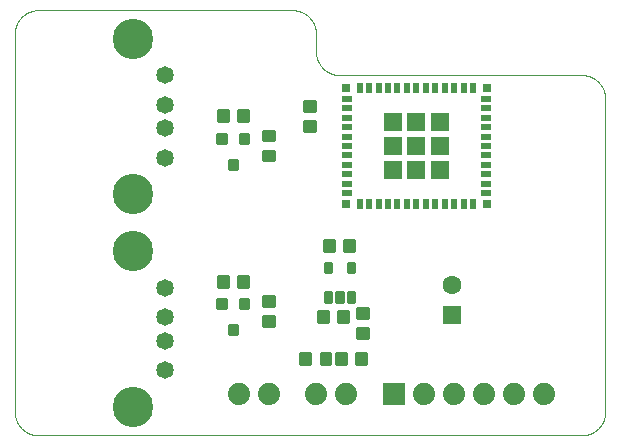
<source format=gts>
G75*
%MOIN*%
%OFA0B0*%
%FSLAX25Y25*%
%IPPOS*%
%LPD*%
%AMOC8*
5,1,8,0,0,1.08239X$1,22.5*
%
%ADD10C,0.00000*%
%ADD11C,0.01388*%
%ADD12C,0.01171*%
%ADD13R,0.03156X0.03156*%
%ADD14R,0.01975X0.03550*%
%ADD15R,0.03550X0.01975*%
%ADD16R,0.06109X0.06109*%
%ADD17R,0.07400X0.07400*%
%ADD18C,0.07400*%
%ADD19C,0.13455*%
%ADD20C,0.05833*%
%ADD21R,0.06306X0.06306*%
%ADD22C,0.06306*%
%ADD23C,0.01105*%
D10*
X0072397Y0058146D02*
X0253499Y0058146D01*
X0253689Y0058148D01*
X0253879Y0058155D01*
X0254069Y0058167D01*
X0254259Y0058183D01*
X0254448Y0058203D01*
X0254637Y0058229D01*
X0254825Y0058258D01*
X0255012Y0058293D01*
X0255198Y0058332D01*
X0255383Y0058375D01*
X0255568Y0058423D01*
X0255751Y0058475D01*
X0255932Y0058531D01*
X0256112Y0058592D01*
X0256291Y0058658D01*
X0256468Y0058727D01*
X0256644Y0058801D01*
X0256817Y0058879D01*
X0256989Y0058962D01*
X0257158Y0059048D01*
X0257326Y0059138D01*
X0257491Y0059233D01*
X0257654Y0059331D01*
X0257814Y0059434D01*
X0257972Y0059540D01*
X0258127Y0059650D01*
X0258280Y0059763D01*
X0258430Y0059881D01*
X0258576Y0060002D01*
X0258720Y0060126D01*
X0258861Y0060254D01*
X0258999Y0060385D01*
X0259134Y0060520D01*
X0259265Y0060658D01*
X0259393Y0060799D01*
X0259517Y0060943D01*
X0259638Y0061089D01*
X0259756Y0061239D01*
X0259869Y0061392D01*
X0259979Y0061547D01*
X0260085Y0061705D01*
X0260188Y0061865D01*
X0260286Y0062028D01*
X0260381Y0062193D01*
X0260471Y0062361D01*
X0260557Y0062530D01*
X0260640Y0062702D01*
X0260718Y0062875D01*
X0260792Y0063051D01*
X0260861Y0063228D01*
X0260927Y0063407D01*
X0260988Y0063587D01*
X0261044Y0063768D01*
X0261096Y0063951D01*
X0261144Y0064136D01*
X0261187Y0064321D01*
X0261226Y0064507D01*
X0261261Y0064694D01*
X0261290Y0064882D01*
X0261316Y0065071D01*
X0261336Y0065260D01*
X0261352Y0065450D01*
X0261364Y0065640D01*
X0261371Y0065830D01*
X0261373Y0066020D01*
X0261373Y0170350D01*
X0261371Y0170540D01*
X0261364Y0170730D01*
X0261352Y0170920D01*
X0261336Y0171110D01*
X0261316Y0171299D01*
X0261290Y0171488D01*
X0261261Y0171676D01*
X0261226Y0171863D01*
X0261187Y0172049D01*
X0261144Y0172234D01*
X0261096Y0172419D01*
X0261044Y0172602D01*
X0260988Y0172783D01*
X0260927Y0172963D01*
X0260861Y0173142D01*
X0260792Y0173319D01*
X0260718Y0173495D01*
X0260640Y0173668D01*
X0260557Y0173840D01*
X0260471Y0174009D01*
X0260381Y0174177D01*
X0260286Y0174342D01*
X0260188Y0174505D01*
X0260085Y0174665D01*
X0259979Y0174823D01*
X0259869Y0174978D01*
X0259756Y0175131D01*
X0259638Y0175281D01*
X0259517Y0175427D01*
X0259393Y0175571D01*
X0259265Y0175712D01*
X0259134Y0175850D01*
X0258999Y0175985D01*
X0258861Y0176116D01*
X0258720Y0176244D01*
X0258576Y0176368D01*
X0258430Y0176489D01*
X0258280Y0176607D01*
X0258127Y0176720D01*
X0257972Y0176830D01*
X0257814Y0176936D01*
X0257654Y0177039D01*
X0257491Y0177137D01*
X0257326Y0177232D01*
X0257158Y0177322D01*
X0256989Y0177408D01*
X0256817Y0177491D01*
X0256644Y0177569D01*
X0256468Y0177643D01*
X0256291Y0177712D01*
X0256112Y0177778D01*
X0255932Y0177839D01*
X0255751Y0177895D01*
X0255568Y0177947D01*
X0255383Y0177995D01*
X0255198Y0178038D01*
X0255012Y0178077D01*
X0254825Y0178112D01*
X0254637Y0178141D01*
X0254448Y0178167D01*
X0254259Y0178187D01*
X0254069Y0178203D01*
X0253879Y0178215D01*
X0253689Y0178222D01*
X0253499Y0178224D01*
X0172791Y0178224D01*
X0172601Y0178226D01*
X0172411Y0178233D01*
X0172221Y0178245D01*
X0172031Y0178261D01*
X0171842Y0178281D01*
X0171653Y0178307D01*
X0171465Y0178336D01*
X0171278Y0178371D01*
X0171092Y0178410D01*
X0170907Y0178453D01*
X0170722Y0178501D01*
X0170539Y0178553D01*
X0170358Y0178609D01*
X0170178Y0178670D01*
X0169999Y0178736D01*
X0169822Y0178805D01*
X0169646Y0178879D01*
X0169473Y0178957D01*
X0169301Y0179040D01*
X0169132Y0179126D01*
X0168964Y0179216D01*
X0168799Y0179311D01*
X0168636Y0179409D01*
X0168476Y0179512D01*
X0168318Y0179618D01*
X0168163Y0179728D01*
X0168010Y0179841D01*
X0167860Y0179959D01*
X0167714Y0180080D01*
X0167570Y0180204D01*
X0167429Y0180332D01*
X0167291Y0180463D01*
X0167156Y0180598D01*
X0167025Y0180736D01*
X0166897Y0180877D01*
X0166773Y0181021D01*
X0166652Y0181167D01*
X0166534Y0181317D01*
X0166421Y0181470D01*
X0166311Y0181625D01*
X0166205Y0181783D01*
X0166102Y0181943D01*
X0166004Y0182106D01*
X0165909Y0182271D01*
X0165819Y0182439D01*
X0165733Y0182608D01*
X0165650Y0182780D01*
X0165572Y0182953D01*
X0165498Y0183129D01*
X0165429Y0183306D01*
X0165363Y0183485D01*
X0165302Y0183665D01*
X0165246Y0183846D01*
X0165194Y0184029D01*
X0165146Y0184214D01*
X0165103Y0184399D01*
X0165064Y0184585D01*
X0165029Y0184772D01*
X0165000Y0184960D01*
X0164974Y0185149D01*
X0164954Y0185338D01*
X0164938Y0185528D01*
X0164926Y0185718D01*
X0164919Y0185908D01*
X0164917Y0186098D01*
X0164917Y0192004D01*
X0164915Y0192194D01*
X0164908Y0192384D01*
X0164896Y0192574D01*
X0164880Y0192764D01*
X0164860Y0192953D01*
X0164834Y0193142D01*
X0164805Y0193330D01*
X0164770Y0193517D01*
X0164731Y0193703D01*
X0164688Y0193888D01*
X0164640Y0194073D01*
X0164588Y0194256D01*
X0164532Y0194437D01*
X0164471Y0194617D01*
X0164405Y0194796D01*
X0164336Y0194973D01*
X0164262Y0195149D01*
X0164184Y0195322D01*
X0164101Y0195494D01*
X0164015Y0195663D01*
X0163925Y0195831D01*
X0163830Y0195996D01*
X0163732Y0196159D01*
X0163629Y0196319D01*
X0163523Y0196477D01*
X0163413Y0196632D01*
X0163300Y0196785D01*
X0163182Y0196935D01*
X0163061Y0197081D01*
X0162937Y0197225D01*
X0162809Y0197366D01*
X0162678Y0197504D01*
X0162543Y0197639D01*
X0162405Y0197770D01*
X0162264Y0197898D01*
X0162120Y0198022D01*
X0161974Y0198143D01*
X0161824Y0198261D01*
X0161671Y0198374D01*
X0161516Y0198484D01*
X0161358Y0198590D01*
X0161198Y0198693D01*
X0161035Y0198791D01*
X0160870Y0198886D01*
X0160702Y0198976D01*
X0160533Y0199062D01*
X0160361Y0199145D01*
X0160188Y0199223D01*
X0160012Y0199297D01*
X0159835Y0199366D01*
X0159656Y0199432D01*
X0159476Y0199493D01*
X0159295Y0199549D01*
X0159112Y0199601D01*
X0158927Y0199649D01*
X0158742Y0199692D01*
X0158556Y0199731D01*
X0158369Y0199766D01*
X0158181Y0199795D01*
X0157992Y0199821D01*
X0157803Y0199841D01*
X0157613Y0199857D01*
X0157423Y0199869D01*
X0157233Y0199876D01*
X0157043Y0199878D01*
X0072397Y0199878D01*
X0072207Y0199876D01*
X0072017Y0199869D01*
X0071827Y0199857D01*
X0071637Y0199841D01*
X0071448Y0199821D01*
X0071259Y0199795D01*
X0071071Y0199766D01*
X0070884Y0199731D01*
X0070698Y0199692D01*
X0070513Y0199649D01*
X0070328Y0199601D01*
X0070145Y0199549D01*
X0069964Y0199493D01*
X0069784Y0199432D01*
X0069605Y0199366D01*
X0069428Y0199297D01*
X0069252Y0199223D01*
X0069079Y0199145D01*
X0068907Y0199062D01*
X0068738Y0198976D01*
X0068570Y0198886D01*
X0068405Y0198791D01*
X0068242Y0198693D01*
X0068082Y0198590D01*
X0067924Y0198484D01*
X0067769Y0198374D01*
X0067616Y0198261D01*
X0067466Y0198143D01*
X0067320Y0198022D01*
X0067176Y0197898D01*
X0067035Y0197770D01*
X0066897Y0197639D01*
X0066762Y0197504D01*
X0066631Y0197366D01*
X0066503Y0197225D01*
X0066379Y0197081D01*
X0066258Y0196935D01*
X0066140Y0196785D01*
X0066027Y0196632D01*
X0065917Y0196477D01*
X0065811Y0196319D01*
X0065708Y0196159D01*
X0065610Y0195996D01*
X0065515Y0195831D01*
X0065425Y0195663D01*
X0065339Y0195494D01*
X0065256Y0195322D01*
X0065178Y0195149D01*
X0065104Y0194973D01*
X0065035Y0194796D01*
X0064969Y0194617D01*
X0064908Y0194437D01*
X0064852Y0194256D01*
X0064800Y0194073D01*
X0064752Y0193888D01*
X0064709Y0193703D01*
X0064670Y0193517D01*
X0064635Y0193330D01*
X0064606Y0193142D01*
X0064580Y0192953D01*
X0064560Y0192764D01*
X0064544Y0192574D01*
X0064532Y0192384D01*
X0064525Y0192194D01*
X0064523Y0192004D01*
X0064523Y0066020D01*
X0064525Y0065830D01*
X0064532Y0065640D01*
X0064544Y0065450D01*
X0064560Y0065260D01*
X0064580Y0065071D01*
X0064606Y0064882D01*
X0064635Y0064694D01*
X0064670Y0064507D01*
X0064709Y0064321D01*
X0064752Y0064136D01*
X0064800Y0063951D01*
X0064852Y0063768D01*
X0064908Y0063587D01*
X0064969Y0063407D01*
X0065035Y0063228D01*
X0065104Y0063051D01*
X0065178Y0062875D01*
X0065256Y0062702D01*
X0065339Y0062530D01*
X0065425Y0062361D01*
X0065515Y0062193D01*
X0065610Y0062028D01*
X0065708Y0061865D01*
X0065811Y0061705D01*
X0065917Y0061547D01*
X0066027Y0061392D01*
X0066140Y0061239D01*
X0066258Y0061089D01*
X0066379Y0060943D01*
X0066503Y0060799D01*
X0066631Y0060658D01*
X0066762Y0060520D01*
X0066897Y0060385D01*
X0067035Y0060254D01*
X0067176Y0060126D01*
X0067320Y0060002D01*
X0067466Y0059881D01*
X0067616Y0059763D01*
X0067769Y0059650D01*
X0067924Y0059540D01*
X0068082Y0059434D01*
X0068242Y0059331D01*
X0068405Y0059233D01*
X0068570Y0059138D01*
X0068738Y0059048D01*
X0068907Y0058962D01*
X0069079Y0058879D01*
X0069252Y0058801D01*
X0069428Y0058727D01*
X0069605Y0058658D01*
X0069784Y0058592D01*
X0069964Y0058531D01*
X0070145Y0058475D01*
X0070328Y0058423D01*
X0070513Y0058375D01*
X0070698Y0058332D01*
X0070884Y0058293D01*
X0071071Y0058258D01*
X0071259Y0058229D01*
X0071448Y0058203D01*
X0071637Y0058183D01*
X0071827Y0058167D01*
X0072017Y0058155D01*
X0072207Y0058148D01*
X0072397Y0058146D01*
D11*
X0150840Y0094664D02*
X0150840Y0097612D01*
X0150840Y0094664D02*
X0147498Y0094664D01*
X0147498Y0097612D01*
X0150840Y0097612D01*
X0150840Y0095983D02*
X0147498Y0095983D01*
X0147498Y0097302D02*
X0150840Y0097302D01*
X0150840Y0101357D02*
X0150840Y0104305D01*
X0150840Y0101357D02*
X0147498Y0101357D01*
X0147498Y0104305D01*
X0150840Y0104305D01*
X0150840Y0102676D02*
X0147498Y0102676D01*
X0147498Y0103995D02*
X0150840Y0103995D01*
X0142178Y0110998D02*
X0139230Y0110998D01*
X0142178Y0110998D02*
X0142178Y0107656D01*
X0139230Y0107656D01*
X0139230Y0110998D01*
X0139230Y0108975D02*
X0142178Y0108975D01*
X0142178Y0110294D02*
X0139230Y0110294D01*
X0135485Y0110998D02*
X0132537Y0110998D01*
X0135485Y0110998D02*
X0135485Y0107656D01*
X0132537Y0107656D01*
X0132537Y0110998D01*
X0132537Y0108975D02*
X0135485Y0108975D01*
X0135485Y0110294D02*
X0132537Y0110294D01*
X0166002Y0099187D02*
X0168950Y0099187D01*
X0168950Y0095845D01*
X0166002Y0095845D01*
X0166002Y0099187D01*
X0166002Y0097164D02*
X0168950Y0097164D01*
X0168950Y0098483D02*
X0166002Y0098483D01*
X0172695Y0099187D02*
X0175643Y0099187D01*
X0175643Y0095845D01*
X0172695Y0095845D01*
X0172695Y0099187D01*
X0172695Y0097164D02*
X0175643Y0097164D01*
X0175643Y0098483D02*
X0172695Y0098483D01*
X0178994Y0097420D02*
X0178994Y0100368D01*
X0182336Y0100368D01*
X0182336Y0097420D01*
X0178994Y0097420D01*
X0178994Y0098739D02*
X0182336Y0098739D01*
X0182336Y0100058D02*
X0178994Y0100058D01*
X0178994Y0093675D02*
X0178994Y0090727D01*
X0178994Y0093675D02*
X0182336Y0093675D01*
X0182336Y0090727D01*
X0178994Y0090727D01*
X0178994Y0092046D02*
X0182336Y0092046D01*
X0182336Y0093365D02*
X0178994Y0093365D01*
X0178600Y0085407D02*
X0181548Y0085407D01*
X0181548Y0082065D01*
X0178600Y0082065D01*
X0178600Y0085407D01*
X0178600Y0083384D02*
X0181548Y0083384D01*
X0181548Y0084703D02*
X0178600Y0084703D01*
X0174855Y0085407D02*
X0171907Y0085407D01*
X0174855Y0085407D02*
X0174855Y0082065D01*
X0171907Y0082065D01*
X0171907Y0085407D01*
X0171907Y0083384D02*
X0174855Y0083384D01*
X0174855Y0084703D02*
X0171907Y0084703D01*
X0169737Y0082065D02*
X0166789Y0082065D01*
X0166789Y0085407D01*
X0169737Y0085407D01*
X0169737Y0082065D01*
X0169737Y0083384D02*
X0166789Y0083384D01*
X0166789Y0084703D02*
X0169737Y0084703D01*
X0163044Y0082065D02*
X0160096Y0082065D01*
X0160096Y0085407D01*
X0163044Y0085407D01*
X0163044Y0082065D01*
X0163044Y0083384D02*
X0160096Y0083384D01*
X0160096Y0084703D02*
X0163044Y0084703D01*
X0167970Y0119467D02*
X0170918Y0119467D01*
X0167970Y0119467D02*
X0167970Y0122809D01*
X0170918Y0122809D01*
X0170918Y0119467D01*
X0170918Y0120786D02*
X0167970Y0120786D01*
X0167970Y0122105D02*
X0170918Y0122105D01*
X0174663Y0119467D02*
X0177611Y0119467D01*
X0174663Y0119467D02*
X0174663Y0122809D01*
X0177611Y0122809D01*
X0177611Y0119467D01*
X0177611Y0120786D02*
X0174663Y0120786D01*
X0174663Y0122105D02*
X0177611Y0122105D01*
X0150840Y0149782D02*
X0150840Y0152730D01*
X0150840Y0149782D02*
X0147498Y0149782D01*
X0147498Y0152730D01*
X0150840Y0152730D01*
X0150840Y0151101D02*
X0147498Y0151101D01*
X0147498Y0152420D02*
X0150840Y0152420D01*
X0150840Y0156475D02*
X0150840Y0159423D01*
X0150840Y0156475D02*
X0147498Y0156475D01*
X0147498Y0159423D01*
X0150840Y0159423D01*
X0150840Y0157794D02*
X0147498Y0157794D01*
X0147498Y0159113D02*
X0150840Y0159113D01*
X0142178Y0166116D02*
X0139230Y0166116D01*
X0142178Y0166116D02*
X0142178Y0162774D01*
X0139230Y0162774D01*
X0139230Y0166116D01*
X0139230Y0164093D02*
X0142178Y0164093D01*
X0142178Y0165412D02*
X0139230Y0165412D01*
X0135485Y0166116D02*
X0132537Y0166116D01*
X0135485Y0166116D02*
X0135485Y0162774D01*
X0132537Y0162774D01*
X0132537Y0166116D01*
X0132537Y0164093D02*
X0135485Y0164093D01*
X0135485Y0165412D02*
X0132537Y0165412D01*
X0161277Y0166317D02*
X0161277Y0169265D01*
X0164619Y0169265D01*
X0164619Y0166317D01*
X0161277Y0166317D01*
X0161277Y0167636D02*
X0164619Y0167636D01*
X0164619Y0168955D02*
X0161277Y0168955D01*
X0161277Y0162572D02*
X0161277Y0159624D01*
X0161277Y0162572D02*
X0164619Y0162572D01*
X0164619Y0159624D01*
X0161277Y0159624D01*
X0161277Y0160943D02*
X0164619Y0160943D01*
X0164619Y0162262D02*
X0161277Y0162262D01*
D12*
X0142288Y0158351D02*
X0139908Y0158351D01*
X0142288Y0158351D02*
X0142288Y0155579D01*
X0139908Y0155579D01*
X0139908Y0158351D01*
X0139908Y0156691D02*
X0142288Y0156691D01*
X0142288Y0157803D02*
X0139908Y0157803D01*
X0134807Y0158351D02*
X0132427Y0158351D01*
X0134807Y0158351D02*
X0134807Y0155579D01*
X0132427Y0155579D01*
X0132427Y0158351D01*
X0132427Y0156691D02*
X0134807Y0156691D01*
X0134807Y0157803D02*
X0132427Y0157803D01*
X0136168Y0149689D02*
X0138548Y0149689D01*
X0138548Y0146917D01*
X0136168Y0146917D01*
X0136168Y0149689D01*
X0136168Y0148029D02*
X0138548Y0148029D01*
X0138548Y0149141D02*
X0136168Y0149141D01*
X0134807Y0103232D02*
X0132427Y0103232D01*
X0134807Y0103232D02*
X0134807Y0100460D01*
X0132427Y0100460D01*
X0132427Y0103232D01*
X0132427Y0101572D02*
X0134807Y0101572D01*
X0134807Y0102684D02*
X0132427Y0102684D01*
X0139908Y0103232D02*
X0142288Y0103232D01*
X0142288Y0100460D01*
X0139908Y0100460D01*
X0139908Y0103232D01*
X0139908Y0101572D02*
X0142288Y0101572D01*
X0142288Y0102684D02*
X0139908Y0102684D01*
X0138548Y0094571D02*
X0136168Y0094571D01*
X0138548Y0094571D02*
X0138548Y0091799D01*
X0136168Y0091799D01*
X0136168Y0094571D01*
X0136168Y0092911D02*
X0138548Y0092911D01*
X0138548Y0094023D02*
X0136168Y0094023D01*
D13*
X0174956Y0135114D03*
X0221806Y0135114D03*
X0221806Y0174091D03*
X0174956Y0174091D03*
D14*
X0179484Y0173894D03*
X0182633Y0173894D03*
X0185783Y0173894D03*
X0188932Y0173894D03*
X0192082Y0173894D03*
X0195232Y0173894D03*
X0198381Y0173894D03*
X0201531Y0173894D03*
X0204680Y0173894D03*
X0207830Y0173894D03*
X0210980Y0173894D03*
X0214129Y0173894D03*
X0217279Y0173894D03*
X0217279Y0135311D03*
X0214129Y0135311D03*
X0210980Y0135311D03*
X0207830Y0135311D03*
X0204680Y0135311D03*
X0201531Y0135311D03*
X0198381Y0135311D03*
X0195232Y0135311D03*
X0192082Y0135311D03*
X0188932Y0135311D03*
X0185783Y0135311D03*
X0182633Y0135311D03*
X0179484Y0135311D03*
D15*
X0175153Y0138854D03*
X0175153Y0142004D03*
X0175153Y0145154D03*
X0175153Y0148303D03*
X0175153Y0151453D03*
X0175153Y0154602D03*
X0175153Y0157752D03*
X0175153Y0160902D03*
X0175153Y0164051D03*
X0175153Y0167201D03*
X0175153Y0170350D03*
X0221610Y0170350D03*
X0221610Y0167201D03*
X0221610Y0164051D03*
X0221610Y0160902D03*
X0221610Y0157752D03*
X0221610Y0154602D03*
X0221610Y0151453D03*
X0221610Y0148303D03*
X0221610Y0145154D03*
X0221610Y0142004D03*
X0221610Y0138854D03*
D16*
X0206255Y0146728D03*
X0198381Y0146728D03*
X0190507Y0146728D03*
X0190507Y0154602D03*
X0198381Y0154602D03*
X0206255Y0154602D03*
X0206255Y0162476D03*
X0198381Y0162476D03*
X0190507Y0162476D03*
D17*
X0191098Y0071925D03*
D18*
X0201098Y0071925D03*
X0211098Y0071925D03*
X0221098Y0071925D03*
X0231098Y0071925D03*
X0241098Y0071925D03*
X0174917Y0071925D03*
X0164917Y0071925D03*
X0149326Y0071925D03*
X0139326Y0071925D03*
D19*
X0103893Y0067713D03*
X0103893Y0119445D03*
X0103893Y0138579D03*
X0103893Y0190311D03*
D20*
X0114562Y0178224D03*
X0114562Y0168382D03*
X0114562Y0160508D03*
X0114562Y0150665D03*
X0114562Y0107358D03*
X0114562Y0097516D03*
X0114562Y0089642D03*
X0114562Y0079799D03*
D21*
X0210192Y0098421D03*
D22*
X0210192Y0108421D03*
D23*
X0177557Y0102593D02*
X0175505Y0102593D01*
X0175505Y0105825D01*
X0177557Y0105825D01*
X0177557Y0102593D01*
X0177557Y0103643D02*
X0175505Y0103643D01*
X0175505Y0104693D02*
X0177557Y0104693D01*
X0177557Y0105743D02*
X0175505Y0105743D01*
X0173817Y0102593D02*
X0171765Y0102593D01*
X0171765Y0105825D01*
X0173817Y0105825D01*
X0173817Y0102593D01*
X0173817Y0103643D02*
X0171765Y0103643D01*
X0171765Y0104693D02*
X0173817Y0104693D01*
X0173817Y0105743D02*
X0171765Y0105743D01*
X0170076Y0102593D02*
X0168024Y0102593D01*
X0168024Y0105825D01*
X0170076Y0105825D01*
X0170076Y0102593D01*
X0170076Y0103643D02*
X0168024Y0103643D01*
X0168024Y0104693D02*
X0170076Y0104693D01*
X0170076Y0105743D02*
X0168024Y0105743D01*
X0168024Y0112435D02*
X0170076Y0112435D01*
X0168024Y0112435D02*
X0168024Y0115667D01*
X0170076Y0115667D01*
X0170076Y0112435D01*
X0170076Y0113485D02*
X0168024Y0113485D01*
X0168024Y0114535D02*
X0170076Y0114535D01*
X0170076Y0115585D02*
X0168024Y0115585D01*
X0175505Y0112435D02*
X0177557Y0112435D01*
X0175505Y0112435D02*
X0175505Y0115667D01*
X0177557Y0115667D01*
X0177557Y0112435D01*
X0177557Y0113485D02*
X0175505Y0113485D01*
X0175505Y0114535D02*
X0177557Y0114535D01*
X0177557Y0115585D02*
X0175505Y0115585D01*
M02*

</source>
